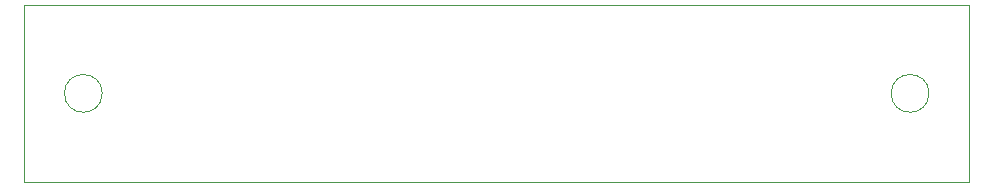
<source format=gbr>
%TF.GenerationSoftware,KiCad,Pcbnew,5.1.6-c6e7f7d~87~ubuntu18.04.1*%
%TF.CreationDate,2021-03-30T11:16:12+09:00*%
%TF.ProjectId,M912,4d393132-2e6b-4696-9361-645f70636258,rev?*%
%TF.SameCoordinates,Original*%
%TF.FileFunction,Profile,NP*%
%FSLAX46Y46*%
G04 Gerber Fmt 4.6, Leading zero omitted, Abs format (unit mm)*
G04 Created by KiCad (PCBNEW 5.1.6-c6e7f7d~87~ubuntu18.04.1) date 2021-03-30 11:16:12*
%MOMM*%
%LPD*%
G01*
G04 APERTURE LIST*
%TA.AperFunction,Profile*%
%ADD10C,0.050000*%
%TD*%
%TA.AperFunction,Profile*%
%ADD11C,0.100000*%
%TD*%
G04 APERTURE END LIST*
D10*
X179175000Y-97605000D02*
G75*
G03*
X179175000Y-97605000I-1600000J0D01*
G01*
X109175000Y-97605000D02*
G75*
G03*
X109175000Y-97605000I-1600000J0D01*
G01*
D11*
X102575000Y-105105000D02*
X102575000Y-90105000D01*
X182575000Y-105105000D02*
X102575000Y-105105000D01*
X182575000Y-90105000D02*
X182575000Y-105105000D01*
X102575000Y-90105000D02*
X182575000Y-90105000D01*
M02*

</source>
